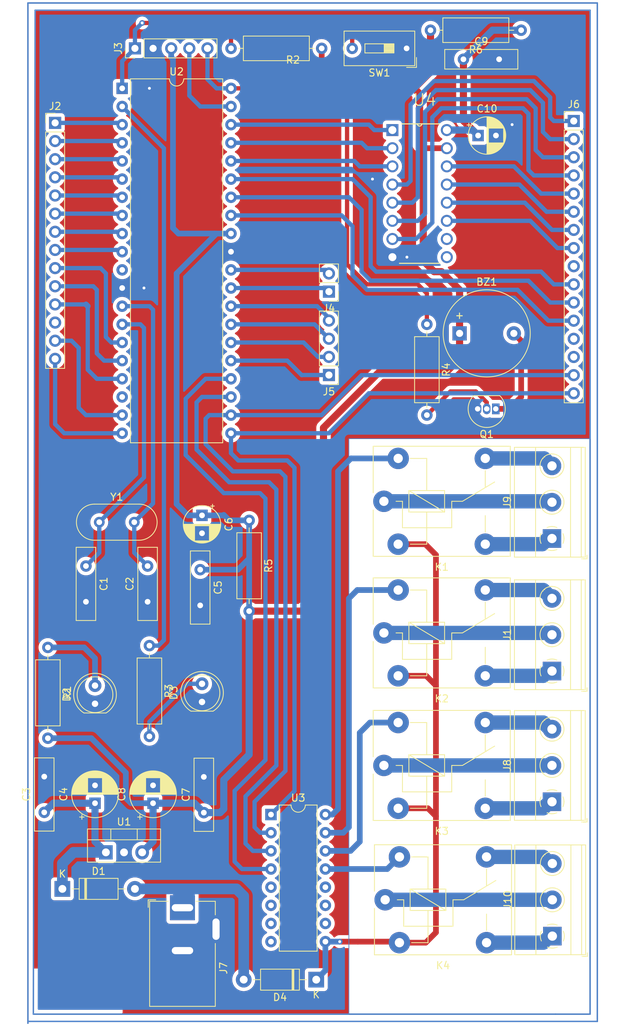
<source format=kicad_pcb>
(kicad_pcb (version 20221018) (generator pcbnew)
  (layers (0 "F.Cu" signal) (31 "B.Cu" signal) (34 "B.Paste" user) (35 "F.Paste" user) (36 "B.SilkS" user "B.Silkscreen") (37 "F.SilkS" user "F.Silkscreen") (38 "B.Mask" user) (39 "F.Mask" user) (44 "Edge.Cuts" user))
  (net 0 "")
  (net 1 "Net-(BZ1-Pad2)")
  (net 2 "/VDD")
  (net 3 "/VSS")
  (net 4 "/VCC")
  (net 5 "Net-(D2-Pad2)")
  (net 6 "Net-(D3-Pad2)")
  (net 7 "/RD1")
  (net 8 "/RD0")
  (net 9 "/RC3")
  (net 10 "/RC2")
  (net 11 "/RC1")
  (net 12 "/RC0")
  (net 13 "/RE2")
  (net 14 "/RE1")
  (net 15 "/RE0")
  (net 16 "/RA5")
  (net 17 "/RA4")
  (net 18 "/RA3")
  (net 19 "/RA2")
  (net 20 "/RA1")
  (net 21 "/PGD")
  (net 22 "/PGC")
  (net 23 "/MCLR")
  (net 24 "/RD2")
  (net 25 "/RD3")
  (net 26 "/RC4")
  (net 27 "/RC5")
  (net 28 "Net-(C10-Pad1)")
  (net 29 "/RB0")
  (net 30 "/RB1")
  (net 31 "/RB2")
  (net 32 "/COM")
  (net 33 "Net-(Q1-Pad2)")
  (net 34 "Net-(R3-Pad1)")
  (net 35 "/EN")
  (net 36 "/RS")
  (net 37 "/D7")
  (net 38 "/D6")
  (net 39 "/D5")
  (net 40 "/D4")
  (net 41 "/QP0")
  (net 42 "/QP1")
  (net 43 "/QP2")
  (net 44 "/QP3")
  (net 45 "/QP4")
  (net 46 "/QP5")
  (net 47 "/QP6")
  (net 48 "/QP7")
  (net 49 "/RB6")
  (net 50 "/COM1")
  (net 51 "/NF1")
  (net 52 "/NA1")
  (net 53 "Net-(K1-PadA2)")
  (net 54 "/COM2")
  (net 55 "/NF2")
  (net 56 "/NA2")
  (net 57 "Net-(K2-PadA2)")
  (net 58 "/COM3")
  (net 59 "/NF3")
  (net 60 "/NA3")
  (net 61 "Net-(K3-PadA2)")
  (net 62 "/COM4")
  (net 63 "/NF4")
  (net 64 "/NA4")
  (net 65 "Net-(K4-PadA2)")
  (net 67 "/CLK")
  (net 68 "/DTA")
  (net 69 "/STR")
  (net 79 "Net-(C1-Pad1)")
  (net 80 "Net-(C2-Pad2)")
  (net 81 "Net-(C3-Pad1)")
  (footprint "Connector_PinHeader_2.54mm:PinHeader_1x05_P2.54mm_Vertical" (layer "F.Cu") (at 112.273 29.21 90)
    (fp_text reference "J3")
    (fp_text value "Conn_01x05_Male")
  )
  (footprint "Relay_THT:Relay_SPDT_Finder_36.11" (layer "F.Cu") (at 147.144 110.998)
    (fp_text reference "K2")
    (fp_text value "FINDER-36.11")
  )
  (footprint "Button_Switch_THT:SW_DIP_SPSTx01_Slide_9.78x4.72mm_W7.62mm_P2.54mm" (layer "F.Cu") (at 150.3255 29.21 180)
    (fp_text reference "SW1")
    (fp_text value "SW_Push")
  )
  (footprint "Meus Componentes:DIP254P762X420-16" (layer "F.Cu") (at 155.956 58.42)
    (fp_text reference "U4")
    (fp_text value "HEF4094BP")
  )
  (footprint "Meus Componentes:Res_1-2W_TermJust" (layer "F.Cu") (at 166.37 26.67 180)
    (fp_text reference "R6")
    (fp_text value "10R")
  )
  (footprint "Meus Componentes:Res_1-2W_TermJust" (layer "F.Cu") (at 138.43 29.21 180)
    (fp_text reference "R2")
    (fp_text value "10K")
  )
  (footprint "Diode_THT:D_DO-41_SOD81_P10.16mm_Horizontal" (layer "F.Cu") (at 137.668 159.512 180)
    (fp_text reference "D4")
    (fp_text value "1N4007")
  )
  (footprint "Meus Componentes:Cap_Disc_100nF" (layer "F.Cu") (at 99.568 136.104 90)
    (fp_text reference "C3")
    (fp_text value "330nF")
  )
  (footprint "LED_THT:LED_D5.0mm" (layer "F.Cu") (at 106.68 120.909 90)
    (fp_text reference "D2")
    (fp_text value "LED")
  )
  (footprint "Meus Componentes:Res_1-2W_TermJust" (layer "F.Cu") (at 114.3 112.776 -90)
    (fp_text reference "R3")
    (fp_text value "560R")
  )
  (footprint "Meus Componentes:Cap_Disc_100nF" (layer "F.Cu") (at 121.412 102.148 -90)
    (fp_text reference "C5")
    (fp_text value "100nF")
  )
  (footprint "Crystal:Crystal_HC18-U_Vertical" (layer "F.Cu") (at 107.278 95.504)
    (fp_text reference "Y1")
    (fp_text value "Crystal")
  )
  (footprint "Meus Componentes:Cap_Disc_100nF" (layer "F.Cu") (at 158.282 30.734)
    (fp_text reference "C9")
    (fp_text value "100nF")
  )
  (footprint "Meus Componentes:borne3v" (layer "F.Cu") (at 170.688 116.332 90)
    (fp_text reference "J1")
    (fp_text value "Conn_01x03_Female")
  )
  (footprint "Meus Componentes:Conn_P4" (layer "F.Cu") (at 118.9305 149.448 90)
    (fp_text reference "J7")
    (fp_text value "Barrel_Jack_Switch")
  )
  (footprint "Connector_PinHeader_2.54mm:PinHeader_1x16_P2.54mm_Vertical" (layer "F.Cu") (at 173.736 39.37)
    (fp_text reference "J6")
    (fp_text value "Conn_01x16_Male")
  )
  (footprint "Meus Componentes:Radial_Caneca_D5.0mm_100x16v" (layer "F.Cu") (at 160.338888 41.402)
    (fp_text reference "C10")
    (fp_text value "100uF")
  )
  (footprint "Relay_THT:Relay_SPDT_Finder_36.11" (layer "F.Cu") (at 147.144 129.54)
    (fp_text reference "K3")
    (fp_text value "FINDER-36.11")
  )
  (footprint "Relay_THT:Relay_SPDT_Finder_36.11" (layer "F.Cu") (at 147.144 92.583)
    (fp_text reference "K1")
    (fp_text value "FINDER-36.11")
  )
  (footprint "Relay_THT:Relay_SPDT_Finder_36.11" (layer "F.Cu") (at 147.32 148.336)
    (fp_text reference "K4")
    (fp_text value "FINDER-36.11")
  )
  (footprint "Package_DIP:DIP-40_W15.24mm" (layer "F.Cu") (at 110.485 34.803)
    (fp_text reference "U2")
    (fp_text value "PIC18F4550-IP")
  )
  (footprint "Meus Componentes:Cap_Disc_100nF" (layer "F.Cu") (at 105.41 101.64 -90)
    (fp_text reference "C1")
    (fp_text value "22pF")
  )
  (footprint "Diode_THT:D_DO-41_SOD81_P10.16mm_Horizontal" (layer "F.Cu") (at 102.108 146.812)
    (fp_text reference "D1")
    (fp_text value "1N4007")
  )
  (footprint "Connector_PinHeader_2.54mm:PinHeader_1x04_P2.54mm_Vertical" (layer "F.Cu") (at 139.446 74.915 180)
    (fp_text reference "J5")
    (fp_text value "Conn_01x04_Male")
  )
  (footprint "Meus Componentes:Res_1-2W_TermJust" (layer "F.Cu") (at 100.076 113.03 -90)
    (fp_text reference "R1")
    (fp_text value "560R")
  )
  (footprint "Meus Componentes:Cap_Disc_100nF" (layer "F.Cu") (at 114.046 106.64 90)
    (fp_text reference "C2")
    (fp_text value "22pF")
  )
  (footprint "Meus Componentes:borne3v" (layer "F.Cu") (at 170.739 153.421 90)
    (fp_text reference "J10")
    (fp_text value "Conn_01x03_Female")
  )
  (footprint "Meus Componentes:Radial_Caneca_D5.0mm_100x16v" (layer "F.Cu") (at 121.666 94.552888 -90)
    (fp_text reference "C6")
    (fp_text value "100uF")
  )
  (footprint "Package_DIP:DIP-16_W7.62mm" (layer "F.Cu") (at 131.328 136.413)
    (fp_text reference "U3")
    (fp_text value "ULN2003")
  )
  (footprint "Package_TO_SOT_THT:TO-220-3_Vertical" (layer "F.Cu") (at 108.204 141.701)
    (fp_text reference "U1")
    (fp_text value "L7805")
  )
  (footprint "Package_TO_SOT_THT:TO-92_Inline" (layer "F.Cu") (at 162.814 79.65 180)
    (fp_text reference "Q1")
    (fp_text value "BC337")
  )
  (footprint "Connector_PinHeader_2.54mm:PinHeader_1x02_P2.54mm_Vertical" (layer "F.Cu") (at 139.446 63.246 180)
    (fp_text reference "J4")
    (fp_text value "Conn_01x02_Male")
  )
  (footprint "Connector_PinHeader_2.54mm:PinHeader_1x14_P2.54mm_Vertical" (layer "F.Cu") (at 101.092 39.634)
    (fp_text reference "J2")
    (fp_text value "Conn_01x14_Female")
  )
  (footprint "Meus Componentes:borne3v" (layer "F.Cu") (at 170.688 97.79 90)
    (fp_text reference "J9")
    (fp_text value "Conn_01x03_Female")
  )
  (footprint "Meus Componentes:Radial_Caneca_D6.3mm_220x16v" (layer "F.Cu") (at 106.68 134.82638 90)
    (fp_text reference "C4")
    (fp_text value "220uF")
  )
  (footprint "Buzzer_Beeper:Buzzer_12x9.5RM7.6" (layer "F.Cu") (at 157.744 69.088)
    (fp_text reference "BZ1")
    (fp_text value "Buzzer")
  )
  (footprint "LED_THT:LED_D5.0mm" (layer "F.Cu") (at 121.666 120.655 90)
    (fp_text reference "D3")
    (fp_text value "LED")
  )
  (footprint "Meus Componentes:Cap_Disc_100nF" (layer "F.Cu") (at 121.92 136.144 90)
    (fp_text reference "C7")
    (fp_text value "100nF")
  )
  (footprint "Meus Componentes:Res_1-2W_TermJust" (layer "F.Cu") (at 128.27 95.25 -90)
    (fp_text reference "R5")
    (fp_text value "10R")
  )
  (footprint "Meus Componentes:Res_1-2W_TermJust" (layer "F.Cu") (at 153.162 67.818 -90)
    (fp_text reference "R4")
    (fp_text value "1K")
  )
  (footprint "Meus Componentes:Radial_Caneca_D6.3mm_220x16v" (layer "F.Cu") (at 114.808 134.82638 90)
    (fp_text reference "C8")
    (fp_text value "220uF")
  )
  (footprint "Meus Componentes:borne3v" (layer "F.Cu") (at 170.688 134.62 90)
    (fp_text reference "J8")
    (fp_text value "Conn_01x03_Female")
  )
  (gr_line (start 176.022 23.87689) (end 98.298 23.87689) (stroke (width 0.2)) (layer "B.Cu"))
  (gr_line (start 98.298 23.87689) (end 98.044 164.33889) (stroke (width 0.2)) (layer "B.Cu"))
  (gr_line (start 176.022 23.87689) (end 176.022 164.338) (stroke (width 0.2)) (layer "B.Cu"))
  (gr_line (start 177.038 22.86) (end 177.038 165.354) (stroke (width 0.2)) (layer "B.Cu"))
  (gr_line (start 142.24 164.33889) (end 171.196 164.338) (stroke (width 0.2)) (layer "B.Cu"))
  (gr_line (start 177.038 165.354) (end 97.282 165.354) (stroke (width 0.2)) (layer "B.Cu"))
  (gr_line (start 176.022 164.338) (end 171.196 164.338) (stroke (width 0.2)) (layer "B.Cu"))
  (gr_line (start 97.282 165.608) (end 97.282 22.86) (stroke (width 0.2)) (layer "B.Cu"))
  (gr_line (start 97.282 22.86) (end 177.038 22.86) (stroke (width 0.2)) (layer "B.Cu"))
  (gr_poly (pts (xy 176.022 83.82089) (xy 142.24 83.82089) (xy 142.24 164.33889) (xy 98.044 164.33889) (xy 98.298 23.87689) (xy 176.022 23.87689)) (stroke (width 0.1)) (fill none) (layer "B.Cu"))
  (gr_line (start 98.044 164.33889) (end 142.24 164.33889) (stroke (width 0.2)) (layer "B.Cu"))
  (gr_text "PICDUINO V2.0\nDOUGLAS F.\n06/06/22" (at 104.14 161.036) (layer "F.Cu") (effects (font (size 1 1) (thickness 0.25))))
  (segment (start 166.37 77.978) (end 166.37 70.114) (width 0.8) (layer "F.Cu") (net 1))
  (segment (start 164.698 79.65) (end 166.37 77.978) (width 0.8) (layer "F.Cu") (net 1))
  (segment (start 162.814 79.65) (end 164.698 79.65) (width 0.8) (layer "F.Cu") (net 1))
  (segment (start 166.37 70.114) (end 165.344 69.088) (width 0.8) (layer "F.Cu") (net 1))
  (segment (start 135.636 107.95) (end 138.684 104.902) (width 1) (layer "F.Cu") (net 2))
  (segment (start 152.4 42.926) (end 152.654 43.18) (width 1) (layer "F.Cu") (net 2))
  (segment (start 138.43 29.21) (end 138.43 30.988) (width 0.8) (layer "F.Cu") (net 2))
  (segment (start 155.956 74.422) (end 157.744 72.634) (width 1) (layer "F.Cu") (net 2))
  (segment (start 154.178 60.452) (end 155.194 60.452) (width 1) (layer "F.Cu") (net 2))
  (segment (start 157.744 63.002) (end 157.744 69.088) (width 1) (layer "F.Cu") (net 2))
  (segment (start 155.956 43.18) (end 152.654 43.18) (width 0.8) (layer "F.Cu") (net 2))
  (segment (start 146.558 74.422) (end 155.956 74.422) (width 1) (layer "F.Cu") (net 2))
  (segment (start 142.24 34.798) (end 151.384 34.798) (width 0.8) (layer "F.Cu") (net 2))
  (segment (start 138.43 30.988) (end 142.24 34.798) (width 0.8) (layer "F.Cu") (net 2))
  (segment (start 153.67 32.512) (end 153.67 26.67) (width 1) (layer "F.Cu") (net 2))
  (segment (start 157.744 72.634) (end 157.744 69.088) (width 1) (layer "F.Cu") (net 2))
  (segment (start 138.684 82.296) (end 146.558 74.422) (width 1) (layer "F.Cu") (net 2))
  (segment (start 152.146 35.56) (end 151.384 34.798) (width 1) (layer "F.Cu") (net 2))
  (segment (start 152.654 58.928) (end 154.178 60.452) (width 1) (layer "F.Cu") (net 2))
  (segment (start 151.384 34.798) (end 153.67 32.512) (width 1) (layer "F.Cu") (net 2))
  (segment (start 152.146 42.672) (end 152.146 35.56) (width 1) (layer "F.Cu") (net 2))
  (segment (start 152.654 43.18) (end 152.654 58.928) (width 1) (layer "F.Cu") (net 2))
  (segment (start 128.27 107.95) (end 135.636 107.95) (width 1) (layer "F.Cu") (net 2))
  (segment (start 155.194 60.452) (end 157.744 63.002) (width 1) (layer "F.Cu") (net 2))
  (segment (start 152.4 42.926) (end 152.146 42.672) (width 1) (layer "F.Cu") (net 2))
  (segment (start 138.684 104.902) (end 138.684 82.296) (width 1) (layer "F.Cu") (net 2))
  (segment (start 128.27 128.016) (end 128.27 107.95) (width 1) (layer "B.Cu") (net 2))
  (segment (start 128.27 107.95) (end 128.27 100.584) (width 0.8) (layer "B.Cu") (net 2))
  (segment (start 119.698888 94.552888) (end 121.666 94.552888) (width 0.8) (layer "B.Cu") (net 2))
  (segment (start 117.602 30.734) (end 117.353 30.485) (width 0.8) (layer "B.Cu") (net 2))
  (segment (start 110.998 130.556) (end 110.998 134.112) (width 0.8) (layer "B.Cu") (net 2))
  (segment (start 118.364 55.118) (end 117.602 54.356) (width 0.8) (layer "B.Cu") (net 2))
  (segment (start 114.808 134.82638) (end 120.60238 134.82638) (width 1) (layer "B.Cu") (net 2))
  (segment (start 110.998 134.112) (end 111.71238 134.82638) (width 0.8) (layer "B.Cu") (net 2))
  (segment (start 121.92 136.144) (end 124.206 136.144) (width 1) (layer "B.Cu") (net 2))
  (segment (start 124.714 94.488) (end 124.649112 94.552888) (width 0.8) (layer "B.Cu") (net 2))
  (segment (start 111.71238 134.82638) (end 114.808 134.82638) (width 0.8) (layer "B.Cu") (net 2))
  (segment (start 128.27 100.584) (end 128.27 95.25) (width 0.8) (layer "B.Cu") (net 2))
  (segment (start 124.714 131.572) (end 128.27 128.016) (width 1) (layer "B.Cu") (net 2))
  (segment (start 118.11 92.964) (end 119.698888 94.552888) (width 0.8) (layer "B.Cu") (net 2))
  (segment (start 125.725 55.123) (end 123.693 55.123) (width 0.8) (layer "B.Cu") (net 2))
  (segment (start 123.444 55.118) (end 118.364 55.118) (width 0.8) (layer "B.Cu") (net 2))
  (segment (start 126.706 102.148) (end 128.27 100.584) (width 0.8) (layer "B.Cu") (net 2))
  (segment (start 114.808 140.177) (end 113.284 141.701) (width 1) (layer "B.Cu") (net 2))
  (segment (start 120.60238 134.82638) (end 121.92 136.144) (width 1) (layer "B.Cu") (net 2))
  (segment (start 124.714 135.636) (end 124.714 131.572) (width 1) (layer "B.Cu") (net 2))
  (segment (start 128.27 95.25) (end 125.476 95.25) (width 0.8) (layer "B.Cu") (net 2))
  (segment (start 117.602 54.356) (end 117.602 30.734) (width 0.8) (layer "B.Cu") (net 2))
  (segment (start 125.476 95.25) (end 124.714 94.488) (width 0.8) (layer "B.Cu") (net 2))
  (segment (start 123.693 55.123) (end 118.11 60.706) (width 0.8) (layer "B.Cu") (net 2))
  (segment (start 106.172 125.73) (end 110.998 130.556) (width 0.8) (layer "B.Cu") (net 2))
  (segment (start 121.412 102.148) (end 126.706 102.148) (width 0.8) (layer "B.Cu") (net 2))
  (segment (start 123.693 55.123) (end 123.449 55.123) (width 0.8) (layer "B.Cu") (net 2))
  (segment (start 117.353 30.485) (end 117.353 29.21) (width 0.8) (layer "B.Cu") (net 2))
  (segment (start 123.449 55.123) (end 123.444 55.118) (width 0.8) (layer "B.Cu") (net 2))
  (segment (start 124.206 136.144) (end 124.714 135.636) (width 1) (layer "B.Cu") (net 2))
  (segment (start 124.649112 94.552888) (end 121.666 94.552888) (width 0.8) (layer "B.Cu") (net 2))
  (segment (start 100.076 125.73) (end 106.172 125.73) (width 0.8) (layer "B.Cu") (net 2))
  (segment (start 118.11 60.706) (end 118.11 92.964) (width 0.8) (layer "B.Cu") (net 2))
  (segment (start 114.808 134.82638) (end 114.808 140.177) (width 1) (layer "B.Cu") (net 2))
  (via (at 165.1 39.878) (size 0.8) (drill 0.4) (layers "F.Cu" "B.Cu") (net 3))
  (via (at 114.3 34.798) (size 0.8) (drill 0.4) (layers "F.Cu" "B.Cu") (net 3))
  (via (at 145.542 47.498) (size 0.8) (drill 0.4) (layers "F.Cu" "B.Cu") (net 3))
  (via (at 150.368 58.42) (size 0.8) (drill 0.4) (layers "F.Cu" "B.Cu") (net 3))
  (via (at 113.538 62.738) (size 0.8) (drill 0.4) (layers "F.Cu" "B.Cu") (net 3))
  (segment (start 162.838888 41.402) (end 164.362888 39.878) (width 1) (layer "B.Cu") (net 3))
  (segment (start 164.362888 39.878) (end 165.1 39.878) (width 1) (layer "B.Cu") (net 3))
  (segment (start 127.508 147.828) (end 127.508 159.512) (width 1.5) (layer "B.Cu") (net 4))
  (segment (start 118.9305 149.448) (end 118.9305 147.8865) (width 1.5) (layer "B.Cu") (net 4))
  (segment (start 126.492 146.812) (end 127.508 147.828) (width 1.5) (layer "B.Cu") (net 4))
  (segment (start 120.396 146.812) (end 126.492 146.812) (width 1.5) (layer "B.Cu") (net 4))
  (segment (start 118.9305 148.2775) (end 120.396 146.812) (width 1.5) (layer "B.Cu") (net 4))
  (segment (start 118.9305 147.8865) (end 117.856 146.812) (width 1.5) (layer "B.Cu") (net 4))
  (segment (start 117.856 146.812) (end 120.396 146.812) (width 1.5) (layer "B.Cu") (net 4))
  (segment (start 117.856 146.812) (end 112.268 146.812) (width 1.5) (layer "B.Cu") (net 4))
  (segment (start 118.9305 149.448) (end 118.9305 148.2775) (width 1.5) (layer "B.Cu") (net 4))
  (segment (start 106.68 114.554) (end 106.68 118.369) (width 0.8) (layer "B.Cu") (net 5))
  (segment (start 100.076 113.03) (end 105.156 113.03) (width 0.8) (layer "B.Cu") (net 5))
  (segment (start 105.156 113.03) (end 106.68 114.554) (width 0.8) (layer "B.Cu") (net 5))
  (segment (start 119.629 118.115) (end 121.666 118.115) (width 0.6) (layer "B.Cu") (net 6))
  (segment (start 114.3 123.444) (end 119.629 118.115) (width 0.6) (layer "B.Cu") (net 6))
  (segment (start 114.3 125.476) (end 114.3 123.444) (width 0.6) (layer "B.Cu") (net 6))
  (segment (start 102.367 83.063) (end 110.485 83.063) (width 0.6) (layer "B.Cu") (net 7))
  (segment (start 101.092 72.654) (end 101.092 81.788) (width 0.6) (layer "B.Cu") (net 7))
  (segment (start 101.092 81.788) (end 102.367 83.063) (width 0.6) (layer "B.Cu") (net 7))
  (segment (start 103.388 70.114) (end 104.394 71.12) (width 0.6) (layer "B.Cu") (net 8))
  (segment (start 104.394 71.12) (end 104.394 79.502) (width 0.6) (layer "B.Cu") (net 8))
  (segment (start 101.092 70.114) (end 103.388 70.114) (width 0.6) (layer "B.Cu") (net 8))
  (segment (start 104.394 79.502) (end 105.415 80.523) (width 0.6) (layer "B.Cu") (net 8))
  (segment (start 105.415 80.523) (end 110.485 80.523) (width 0.6) (layer "B.Cu") (net 8))
  (segment (start 127.762 140.462) (end 128.793 141.493) (width 0.6) (layer "B.Cu") (net 9))
  (segment (start 120.904 78.74) (end 120.904 85.344) (width 0.6) (layer "B.Cu") (net 9))
  (segment (start 131.064 89.916) (end 132.08 90.932) (width 0.6) (layer "B.Cu") (net 9))
  (segment (start 127.762 133.858) (end 127.762 140.462) (width 0.6) (layer "B.Cu") (net 9))
  (segment (start 132.08 129.54) (end 127.762 133.858) (width 0.6) (layer "B.Cu") (net 9))
  (segment (start 132.08 90.932) (end 132.08 129.54) (width 0.6) (layer "B.Cu") (net 9))
  (segment (start 125.476 89.916) (end 131.064 89.916) (width 0.6) (layer "B.Cu") (net 9))
  (segment (start 120.904 85.344) (end 125.476 89.916) (width 0.6) (layer "B.Cu") (net 9))
  (segment (start 128.793 141.493) (end 131.328 141.493) (width 0.6) (layer "B.Cu") (net 9))
  (segment (start 125.725 77.983) (end 121.661 77.983) (width 0.6) (layer "B.Cu") (net 9))
  (segment (start 121.661 77.983) (end 120.904 78.74) (width 0.6) (layer "B.Cu") (net 9))
  (segment (start 106.939 75.443) (end 110.485 75.443) (width 0.6) (layer "B.Cu") (net 10))
  (segment (start 105.664 74.168) (end 106.939 75.443) (width 0.6) (layer "B.Cu") (net 10))
  (segment (start 101.092 65.034) (end 105.42 65.034) (width 0.6) (layer "B.Cu") (net 10))
  (segment (start 105.664 65.278) (end 105.664 74.168) (width 0.6) (layer "B.Cu") (net 10))
  (segment (start 105.42 65.034) (end 105.664 65.278) (width 0.8) (layer "B.Cu") (net 10))
  (segment (start 106.436 62.494) (end 106.934 62.992) (width 0.6) (layer "B.Cu") (net 11))
  (segment (start 106.934 62.992) (end 106.934 71.882) (width 0.6) (layer "B.Cu") (net 11))
  (segment (start 107.955 72.903) (end 110.485 72.903) (width 0.6) (layer "B.Cu") (net 11))
  (segment (start 102.108 62.494) (end 106.436 62.494) (width 0.6) (layer "B.Cu") (net 11))
  (segment (start 106.934 71.882) (end 107.955 72.903) (width 0.6) (layer "B.Cu") (net 11))
  (segment (start 108.204 60.706) (end 108.204 69.596) (width 0.6) (layer "B.Cu") (net 12))
  (segment (start 101.092 59.954) (end 107.452 59.954) (width 0.6) (layer "B.Cu") (net 12))
  (segment (start 108.971 70.363) (end 110.485 70.363) (width 0.6) (layer "B.Cu") (net 12))
  (segment (start 107.452 59.954) (end 108.204 60.706) (width 0.6) (layer "B.Cu") (net 12))
  (segment (start 108.204 69.596) (end 108.971 70.363) (width 0.6) (layer "B.Cu") (net 12))
  (segment (start 110.236 57.414) (end 110.485 57.663) (width 0.8) (layer "B.Cu") (net 13))
  (segment (start 101.092 57.414) (end 110.236 57.414) (width 0.6) (layer "B.Cu") (net 13))
  (segment (start 101.092 54.874) (end 110.236 54.874) (width 0.6) (layer "B.Cu") (net 14))
  (segment (start 110.236 54.874) (end 110.485 55.123) (width 0.8) (layer "B.Cu") (net 14))
  (segment (start 110.236 52.334) (end 110.485 52.583) (width 0.8) (layer "B.Cu") (net 15))
  (segment (start 101.092 52.334) (end 110.236 52.334) (width 0.6) (layer "B.Cu") (net 15))
  (segment (start 101.092 49.794) (end 110.236 49.794) (width 0.6) (layer "B.Cu") (net 16))
  (segment (start 110.236 49.794) (end 110.485 50.043) (width 0.8) (layer "B.Cu") (net 16))
  (segment (start 110.236 47.254) (end 110.485 47.503) (width 0.8) (layer "B.Cu") (net 17))
  (segment (start 101.092 47.254) (end 110.236 47.254) (width 0.6) (layer "B.Cu") (net 17))
  (segment (start 110.236 44.714) (end 110.485 44.963) (width 0.8) (layer "B.Cu") (net 18))
  (segment (start 101.092 44.714) (end 110.236 44.714) (width 0.6) (layer "B.Cu") (net 18))
  (segment (start 110.236 42.174) (end 110.485 42.423) (width 0.8) (layer "B.Cu") (net 19))
  (segment (start 101.092 42.174) (end 110.236 42.174) (width 0.6) (layer "B.Cu") (net 19))
  (segment (start 101.092 39.634) (end 110.236 39.634) (width 0.6) (layer "B.Cu") (net 20))
  (segment (start 110.236 39.634) (end 110.485 39.883) (width 0.8) (layer "B.Cu") (net 20))
  (segment (start 144.78 62.23) (end 151.892 62.23) (width 0.6) (layer "F.Cu") (net 21))
  (segment (start 138.181 34.803) (end 141.986 38.608) (width 0.6) (layer "F.Cu") (net 21))
  (segment (start 151.892 62.23) (end 153.162 63.5) (width 0.6) (layer "F.Cu") (net 21))
  (segment (start 141.986 38.608) (end 141.986 59.436) (width 0.6) (layer "F.Cu") (net 21))
  (segment (start 141.986 59.436) (end 144.78 62.23) (width 0.6) (layer "F.Cu") (net 21))
  (segment (start 125.725 34.803) (end 138.181 34.803) (width 0.6) (layer "F.Cu") (net 21))
  (segment (start 153.162 63.5) (end 153.162 67.818) (width 0.6) (layer "F.Cu") (net 21))
  (segment (start 122.433 33.533) (end 122.433 29.21) (width 0.6) (layer "B.Cu") (net 21))
  (segment (start 123.703 34.803) (end 122.433 33.533) (width 0.6) (layer "B.Cu") (net 21))
  (segment (start 125.725 34.803) (end 123.703 34.803) (width 0.6) (layer "B.Cu") (net 21))
  (segment (start 125.725 37.343) (end 121.417 37.343) (width 0.6) (layer "B.Cu") (net 22))
  (segment (start 121.417 37.343) (end 119.893 35.819) (width 0.6) (layer "B.Cu") (net 22))
  (segment (start 119.893 35.819) (end 119.893 29.21) (width 0.6) (layer "B.Cu") (net 22))
  (segment (start 124.714 25.654) (end 140.716 25.654) (width 0.6) (layer "F.Cu") (net 23))
  (segment (start 125.73 26.67) (end 125.73 29.21) (width 0.6) (layer "F.Cu") (net 23))
  (segment (start 140.716 25.654) (end 142.748 27.686) (width 0.6) (layer "F.Cu") (net 23))
  (segment (start 142.7055 27.7285) (end 142.7055 29.21) (width 0.6) (layer "F.Cu") (net 23))
  (segment (start 142.748 27.686) (end 142.7055 27.7285) (width 0.8) (layer "F.Cu") (net 23))
  (segment (start 113.284 25.654) (end 124.714 25.654) (width 0.6) (layer "F.Cu") (net 23))
  (segment (start 124.714 25.654) (end 125.73 26.67) (width 0.6) (layer "F.Cu") (net 23))
  (via (at 113.284 25.654) (size 0.8) (drill 0.4) (layers "F.Cu" "B.Cu") (net 23))
  (segment (start 110.485 30.998) (end 112.273 29.21) (width 0.6) (layer "B.Cu") (net 23))
  (segment (start 112.273 29.21) (end 112.273 26.665) (width 0.6) (layer "B.Cu") (net 23))
  (segment (start 112.273 26.665) (end 113.284 25.654) (width 0.6) (layer "B.Cu") (net 23))
  (segment (start 110.485 34.803) (end 110.485 30.998) (width 0.6) (layer "B.Cu") (net 23))
  (segment (start 173.736 77.47) (end 145.034 77.47) (width 0.6) (layer "B.Cu") (net 24))
  (segment (start 133.604 86.868) (end 134.62 87.884) (width 0.6) (layer "B.Cu") (net 24))
  (segment (start 145.034 77.47) (end 139.441 83.063) (width 0.6) (layer "B.Cu") (net 24))
  (segment (start 125.725 85.847) (end 126.746 86.868) (width 0.6) (layer "B.Cu") (net 24))
  (segment (start 134.62 87.884) (end 134.62 133.121) (width 0.6) (layer "B.Cu") (net 24))
  (segment (start 126.746 86.868) (end 133.604 86.868) (width 0.6) (layer "B.Cu") (net 24))
  (segment (start 134.62 133.121) (end 131.328 136.413) (width 0.6) (layer "B.Cu") (net 24))
  (segment (start 125.725 83.063) (end 125.725 85.847) (width 0.6) (layer "B.Cu") (net 24))
  (segment (start 139.441 83.063) (end 125.725 83.063) (width 0.6) (layer "B.Cu") (net 24))
  (segment (start 133.35 130.302) (end 129.032 134.62) (width 0.6) (layer "B.Cu") (net 25))
  (segment (start 132.588 88.392) (end 133.35 89.154) (width 0.6) (layer "B.Cu") (net 25))
  (segment (start 138.425 80.523) (end 125.725 80.523) (width 0.6) (layer "B.Cu") (net 25))
  (segment (start 129.032 138.176) (end 129.809 138.953) (width 0.6) (layer "B.Cu") (net 25))
  (segment (start 133.35 89.154) (end 133.35 130.302) (width 0.6) (layer "B.Cu") (net 25))
  (segment (start 129.032 134.62) (end 129.032 138.176) (width 0.6) (layer "B.Cu") (net 25))
  (segment (start 122.677 80.523) (end 122.174 81.026) (width 0.6) (layer "B.Cu") (net 25))
  (segment (start 144.018 74.93) (end 138.425 80.523) (width 0.6) (layer "B.Cu") (net 25))
  (segment (start 173.736 74.93) (end 144.018 74.93) (width 0.6) (layer "B.Cu") (net 25))
  (segment (start 125.984 88.392) (end 132.588 88.392) (width 0.6) (layer "B.Cu") (net 25))
  (segment (start 129.809 138.953) (end 131.328 138.953) (width 0.6) (layer "B.Cu") (net 25))
  (segment (start 122.174 84.582) (end 125.984 88.392) (width 0.6) (layer "B.Cu") (net 25))
  (segment (start 125.725 80.523) (end 122.677 80.523) (width 0.6) (layer "B.Cu") (net 25))
  (segment (start 122.174 81.026) (end 122.174 84.582) (width 0.6) (layer "B.Cu") (net 25))
  (segment (start 127.269 144.033) (end 131.328 144.033) (width 0.6) (layer "B.Cu") (net 27))
  (segment (start 125.725 75.443) (end 122.169 75.443) (width 0.6) (layer "B.Cu") (net 27))
  (segment (start 124.714 91.44) (end 129.794 91.44) (width 0.6) (layer "B.Cu") (net 27))
  (segment (start 130.556 128.778) (end 126.238 133.096) (width 0.6) (layer "B.Cu") (net 27))
  (segment (start 119.38 86.106) (end 124.714 91.44) (width 0.6) (layer "B.Cu") (net 27))
  (segment (start 122.169 75.443) (end 119.38 78.232) (width 0.6) (layer "B.Cu") (net 27))
  (segment (start 126.238 143.002) (end 127.269 144.033) (width 0.6) (layer "B.Cu") (net 27))
  (segment (start 119.38 78.232) (end 119.38 86.106) (width 0.6) (layer "B.Cu") (net 27))
  (segment (start 130.556 92.202) (end 130.556 128.778) (width 0.6) (layer "B.Cu") (net 27))
  (segment (start 126.238 133.096) (end 126.238 143.002) (width 0.6) (layer "B.Cu") (net 27))
  (segment (start 129.794 91.44) (end 130.556 92.202) (width 0.6) (layer "B.Cu") (net 27))
  (segment (start 158.282 39.345112) (end 160.338888 41.402) (width 1) (layer "F.Cu") (net 28))
  (segment (start 158.282 30.734) (end 158.282 39.345112) (width 1) (layer "F.Cu") (net 28))
  (segment (start 159.576888 40.64) (end 160.338888 41.402) (width 1) (layer "B.Cu") (net 28))
  (segment (start 162.346 26.67) (end 158.282 30.734) (width 1) (layer "B.Cu") (net 28))
  (segment (start 166.37 26.67) (end 162.346 26.67) (width 1) (layer "B.Cu") (net 28))
  (segment (start 155.956 40.64) (end 159.576888 40.64) (width 1) (layer "B.Cu") (net 28))
  (segment (start 142.748 54.102) (end 142.748 60.96) (width 0.6) (layer "B.Cu") (net 29))
  (segment (start 141.229 52.583) (end 142.748 54.102) (width 0.6) (layer "B.Cu") (net 29))
  (segment (start 144.78 62.992) (end 165.862 62.992) (width 0.6) (layer "B.Cu") (net 29))
  (segment (start 142.748 60.96) (end 144.78 62.992) (width 0.6) (layer "B.Cu") (net 29))
  (segment (start 125.725 52.583) (end 141.229 52.583) (width 0.6) (layer "B.Cu") (net 29))
  (segment (start 165.862 62.992) (end 170.18 67.31) (width 0.6) (layer "B.Cu") (net 29))
  (segment (start 170.18 67.31) (end 173.736 67.31) (width 0.6) (layer "B.Cu") (net 29))
  (segment (start 142.245 50.043) (end 144.018 51.816) (width 0.6) (layer "B.Cu") (net 30))
  (segment (start 144.018 51.816) (end 144.018 60.452) (width 0.6) (layer "B.Cu") (net 30))
  (segment (start 125.725 50.043) (end 142.245 50.043) (width 0.6) (layer "B.Cu") (net 30))
  (segment (start 144.018 60.452) (end 145.288 61.722) (width 0.6) (layer "B.Cu") (net 30))
  (segment (start 145.288 61.722) (end 167.386 61.722) (width 0.6) (layer "B.Cu") (net 30))
  (segment (start 167.386 61.722) (end 170.434 64.77) (width 0.6) (layer "B.Cu") (net 30))
  (segment (start 170.434 64.77) (end 173.736 64.77) (width 0.6) (layer "B.Cu") (net 30))
  (segment (start 146.05 60.452) (end 169.164 60.452) (width 0.6) (layer "B.Cu") (net 31))
  (segment (start 145.288 59.69) (end 146.05 60.452) (width 0.6) (layer "B.Cu") (net 31))
  (segment (start 169.164 60.452) (end 170.942 62.23) (width 0.6) (layer "B.Cu") (net 31))
  (segment (start 125.725 47.503) (end 142.753 47.503) (width 0.6) (layer "B.Cu") (net 31))
  (segment (start 170.942 62.23) (end 173.736 62.23) (width 0.6) (layer "B.Cu") (net 31))
  (segment (start 142.753 47.503) (end 145.288 50.038) (width 0.6) (layer "B.Cu") (net 31))
  (segment (start 145.288 50.038) (end 145.288 59.69) (width 0.6) (layer "B.Cu") (net 31))
  (segment (start 153.066 116.998) (end 154.432 118.364) (width 0.8) (layer "F.Cu") (net 32))
  (segment (start 154.432 152.908) (end 153.004 154.336) (width 0.8) (layer "F.Cu") (net 32))
  (segment (start 153.32 135.54) (end 154.432 136.652) (width 0.8) (layer "F.Cu") (net 32))
  (segment (start 153.004 154.336) (end 149.32 154.336) (width 0.8) (layer "F.Cu") (net 32))
  (segment (start 143.495 154.193) (end 149.177 154.193) (width 0.8) (layer "F.Cu") (net 32))
  (segment (start 149.144 116.998) (end 153.066 116.998) (width 0.8) (layer "F.Cu") (net 32))
  (segment (start 154.432 136.652) (end 154.432 152.908) (width 0.8) (layer "F.Cu") (net 32))
  (segment (start 154.432 118.364) (end 154.432 136.652) (width 0.8) (layer "F.Cu") (net 32))
  (segment (start 154.432 100.076) (end 154.432 118.364) (width 0.8) (layer "F.Cu") (net 32))
  (segment (start 149.144 135.54) (end 153.32 135.54) (width 0.8) (layer "F.Cu") (net 32))
  (segment (start 149.144 98.583) (end 152.939 98.583) (width 0.8) (layer "F.Cu") (net 32))
  (segment (start 152.939 98.583) (end 154.432 100.076) (width 0.8) (layer "F.Cu") (net 32))
  (segment (start 140.955 154.193) (end 143.495 154.193) (width 0.8) (layer "F.Cu") (net 32))
  (via (at 140.955 154.193) (size 0.8) (drill 0.4) (layers "F.Cu" "B.Cu") (net 32))
  (segment (start 138.948 158.232) (end 137.668 159.512) (width 0.8) (layer "B.Cu") (net 32))
  (segment (start 140.955 154.193) (end 138.948 154.193) (width 0.8) (layer "B.Cu") (net 32))
  (segment (start 148.669 153.685) (end 149.32 154.336) (width 1.2) (layer "B.Cu") (net 32))
  (segment (start 138.948 154.193) (end 138.948 158.232) (width 0.8) (layer "B.Cu") (net 32))
  (segment (start 149.177 154.193) (end 149.32 154.336) (width 1.2) (layer "B.Cu") (net 32))
  (segment (start 153.162 80.518) (end 156.464 77.216) (width 0.6) (layer "F.Cu") (net 33))
  (segment (start 156.464 77.216) (end 160.02 77.216) (width 0.6) (layer "F.Cu") (net 33))
  (segment (start 161.544 78.74) (end 161.544 79.65) (width 0.6) (layer "F.Cu") (net 33))
  (segment (start 160.02 77.216) (end 161.544 78.74) (width 0.6) (layer "F.Cu") (net 33))
  (segment (start 116.332 112.014) (end 115.57 112.776) (width 0.6) (layer "B.Cu") (net 34))
  (segment (start 110.485 37.343) (end 116.332 43.19) (width 0.6) (layer "B.Cu") (net 34))
  (segment (start 115.57 112.776) (end 114.3 112.776) (width 0.6) (layer "B.Cu") (net 34))
  (segment (start 116.332 43.19) (end 116.332 112.014) (width 0.6) (layer "B.Cu") (net 34))
  (segment (start 138.943 62.743) (end 139.446 63.246) (width 0.6) (layer "B.Cu") (net 35))
  (segment (start 125.725 62.743) (end 138.943 62.743) (width 0.6) (layer "B.Cu") (net 35))
  (segment (start 125.725 60.203) (end 138.943 60.203) (width 0.6) (layer "B.Cu") (net 36))
  (segment (start 138.943 60.203) (end 139.446 60.706) (width 0.6) (layer "B.Cu") (net 36))
  (segment (start 135.651 74.915) (end 139.446 74.915) (width 0.6) (layer "B.Cu") (net 37))
  (segment (start 133.609 72.903) (end 135.636 74.93) (width 0.6) (layer "B.Cu") (net 37))
  (segment (start 125.725 72.903) (end 133.609 72.903) (width 0.6) (layer "B.Cu") (net 37))
  (segment (start 135.636 74.93) (end 135.651 74.915) (width 0.6) (layer "B.Cu") (net 37))
  (segment (start 137.907 72.375) (end 139.446 72.375) (width 0.6) (layer "B.Cu") (net 38))
  (segment (start 125.725 70.363) (end 135.895 70.363) (width 0.6) (layer "B.Cu") (net 38))
  (segment (start 135.895 70.363) (end 137.907 72.375) (width 0.6) (layer "B.Cu") (net 38))
  (segment (start 125.725 67.823) (end 137.434 67.823) (width 0.6) (layer "B.Cu") (net 39))
  (segment (start 137.434 67.823) (end 139.446 69.835) (width 0.6) (layer "B.Cu") (net 39))
  (segment (start 125.725 65.283) (end 137.787692 65.283) (width 0.6) (layer "B.Cu") (net 40))
  (segment (start 137.787692 65.283) (end 139.622846 67.118154) (width 0.6) (layer "B.Cu") (net 40))
  (segment (start 168.148 33.782) (end 170.434 36.068) (width 0.6) (layer "B.Cu") (net 41))
  (segment (start 150.876 37.084) (end 154.178 33.782) (width 0.6) (layer "B.Cu") (net 41))
  (segment (start 170.434 38.862) (end 170.942 39.37) (width 0.6) (layer "B.Cu") (net 41))
  (segment (start 170.942 39.37) (end 173.736 39.37) (width 0.6) (layer "B.Cu") (net 41))
  (segment (start 154.178 33.782) (end 168.148 33.782) (width 0.6) (layer "B.Cu") (net 41))
  (segment (start 170.434 36.068) (end 170.434 38.862) (width 0.6) (layer "B.Cu") (net 41))
  (segment (start 148.336 48.26) (end 150.368 48.26) (width 0.6) (layer "B.Cu") (net 41))
  (segment (start 150.876 47.752) (end 150.876 37.084) (width 0.6) (layer "B.Cu") (net 41))
  (segment (start 150.368 48.26) (end 150.876 47.752) (width 0.6) (layer "B.Cu") (net 41))
  (segment (start 151.892 37.592) (end 154.432 35.052) (width 0.6) (layer "B.Cu") (net 42))
  (segment (start 154.432 35.052) (end 167.64 35.052) (width 0.6) (layer "B.Cu") (net 42))
  (segment (start 151.13 50.8) (end 151.892 50.038) (width 0.6) (layer "B.Cu") (net 42))
  (segment (start 148.336 50.8) (end 151.13 50.8) (width 0.6) (layer "B.Cu") (net 42))
  (segment (start 170.434 41.91) (end 173.736 41.91) (width 0.6) (layer "B.Cu") (net 42))
  (segment (start 169.418 36.83) (end 169.418 40.894) (width 0.6) (layer "B.Cu") (net 42))
  (segment (start 169.418 40.894) (end 170.434 41.91) (width 0.6) (layer "B.Cu") (net 42))
  (segment (start 167.64 35.052) (end 169.418 36.83) (width 0.6) (layer "B.Cu") (net 42))
  (segment (start 151.892 50.038) (end 151.892 37.592) (width 0.6) (layer "B.Cu") (net 42))
  (segment (start 152.908 52.324) (end 152.908 38.1) (width 0.6) (layer "B.Cu") (net 43))
  (segment (start 168.402 37.592) (end 168.402 43.434) (width 0.6) (layer "B.Cu") (net 43))
  (segment (start 167.132 36.322) (end 168.402 37.592) (width 0.6) (layer "B.Cu") (net 43))
  (segment (start 168.402 43.434) (end 169.418 44.45) (width 0.6) (layer "B.Cu") (net 43))
  (segment (start 152.908 38.1) (end 154.686 36.322) (width 0.6) (layer "B.Cu") (net 43))
  (segment (start 148.336 53.34) (end 151.892 53.34) (width 0.6) (layer "B.Cu") (net 43))
  (segment (start 169.418 44.45) (end 173.736 44.45) (width 0.6) (layer "B.Cu") (net 43))
  (segment (start 151.892 53.34) (end 152.908 52.324) (width 0.6) (layer "B.Cu") (net 43))
  (segment (start 154.686 36.322) (end 167.132 36.322) (width 0.6) (layer "B.Cu") (net 43))
  (segment (start 168.148 46.99) (end 173.736 46.99) (width 0.6) (layer "B.Cu") (net 44))
  (segment (start 167.386 46.228) (end 168.148 46.99) (width 0.6) (layer "B.Cu") (net 44))
  (segment (start 153.924 38.862) (end 155.194 37.592) (width 0.6) (layer "B.Cu") (net 44))
  (segment (start 155.194 37.592) (end 166.624 37.592) (width 0.6) (layer "B.Cu") (net 44))
  (segment (start 167.386 38.354) (end 167.386 46.228) (width 0.6) (layer "B.Cu") (net 44))
  (segment (start 166.624 37.592) (end 167.386 38.354) (width 0.6) (layer "B.Cu") (net 44))
  (segment (start 148.336 55.88) (end 151.638 55.88) (width 0.6) (layer "B.Cu") (net 44))
  (segment (start 153.924 53.594) (end 153.924 38.862) (width 0.6) (layer "B.Cu") (net 44))
  (segment (start 151.638 55.88) (end 153.924 53.594) (width 0.6) (layer "B.Cu") (net 44))
  (segment (start 169.164 49.53) (end 173.736 49.53) (width 0.6) (layer "B.Cu") (net 45))
  (segment (start 155.956 45.72) (end 165.354 45.72) (width 0.6) (layer "B.Cu") (net 45))
  (segment (start 165.354 45.72) (end 169.164 49.53) (width 0.6) (layer "B.Cu") (net 45))
  (segment (start 169.926 52.07) (end 173.736 52.07) (width 0.6) (layer "B.Cu") (net 46))
  (segment (start 166.116 48.26) (end 169.926 52.07) (width 0.6) (layer "B.Cu") (net 46))
  (segment (start 155.956 48.26) (end 166.116 48.26) (width 0.6) (layer "B.Cu") (net 46))
  (segment (start 170.688 54.61) (end 173.736 54.61) (width 0.6) (layer "B.Cu") (net 47))
  (segment (start 166.878 50.8) (end 170.688 54.61) (width 0.6) (layer "B.Cu") (net 47))
  (segment (start 155.956 50.8) (end 166.878 50.8) (width 0.6) (layer "B.Cu") (net 47))
  (segment (start 167.64 53.34) (end 171.45 57.15) (width 0.6) (layer "B.Cu") (net 48))
  (segment (start 171.45 57.15) (end 173.736 57.15) (width 0.6) (layer "B.Cu") (net 48))
  (segment (start 155.956 53.34) (end 167.64 53.34) (width 0.6) (layer "B.Cu") (net 48))
  (segment (start 147.144 92.583) (end 170.251 92.583) (width 2) (layer "B.Cu") (net 50))
  (segment (start 170.251 92.583) (end 170.383 92.451) (width 2) (layer "B.Cu") (net 50))
  (segment (start 161.344 86.583) (end 169.595 86.583) (width 2) (layer "B.Cu") (net 51))
  (segment (start 169.595 86.583) (end 170.383 87.371) (width 2) (layer "B.Cu") (net 51))
  (segment (start 161.344 98.583) (end 169.331 98.583) (width 2) (layer "B.Cu") (net 52))
  (segment (start 169.331 98.583) (end 170.383 97.531) (width 2) (layer "B.Cu") (net 52))
  (segment (start 142.525 86.583) (end 149.144 86.583) (width 0.8) (layer "B.Cu") (net 53))
  (segment (start 139.939 136.413) (end 140.716 135.636) (width 0.8) (layer "B.Cu") (net 53))
  (segment (start 140.716 88.392) (end 142.525 86.583) (width 0.8) (layer "B.Cu") (net 53))
  (segment (start 138.948 136.413) (end 139.939 136.413) (width 0.8) (layer "B.Cu") (net 53))
  (segment (start 140.716 135.636) (end 140.716 88.392) (width 0.8) (layer "B.Cu") (net 53))
  (segment (start 170.134 110.998) (end 170.383 111.247) (width 2) (layer "B.Cu") (net 54))
  (segment (start 147.144 110.998) (end 170.134 110.998) (width 2) (layer "B.Cu") (net 54))
  (segment (start 170.383 105.913) (end 170.383 106.167) (width 2) (layer "B.Cu") (net 55))
  (segment (start 161.344 104.998) (end 169.468 104.998) (width 2) (layer "B.Cu") (net 55))
  (segment (start 169.468 104.998) (end 170.383 105.913) (width 2) (layer "B.Cu") (net 55))
  (segment (start 169.458 116.998) (end 170.383 116.073) (width 2) (layer "B.Cu") (net 56))
  (segment (start 170.383 116.073) (end 170.383 116.327) (width 2) (layer "B.Cu") (net 56))
  (segment (start 161.344 116.998) (end 169.458 116.998) (width 2) (layer "B.Cu") (net 56))
  (segment (start 143.414 104.998) (end 149.144 104.998) (width 0.8) (layer "B.Cu") (net 57))
  (segment (start 138.948 138.953) (end 141.463 138.953) (width 0.8) (layer "B.Cu") (net 57))
  (segment (start 142.24 106.172) (end 143.414 104.998) (width 0.8) (layer "B.Cu") (net 57))
  (segment (start 142.24 138.176) (end 142.24 106.172) (width 0.8) (layer "B.Cu") (net 57))
  (segment (start 141.463 138.953) (end 142.24 138.176) (width 0.8) (layer "B.Cu") (net 57))
  (segment (start 147.144 129.54) (end 170.378 129.54) (width 2) (layer "B.Cu") (net 58))
  (segment (start 170.378 129.54) (end 170.383 129.535) (width 2) (layer "B.Cu") (net 58))
  (segment (start 169.468 123.54) (end 170.383 124.455) (width 2) (layer "B.Cu") (net 59))
  (segment (start 161.344 123.54) (end 169.468 123.54) (width 2) (layer "B.Cu") (net 59))
  (segment (start 169.458 135.54) (end 170.383 134.615) (width 2) (layer "B.Cu") (net 60))
  (segment (start 161.344 135.54) (end 169.458 135.54) (width 2) (layer "B.Cu") (net 60))
  (segment (start 143.764 140.208) (end 143.764 124.968) (width 0.8) (layer "B.Cu") (net 61))
  (segment (start 143.764 124.968) (end 145.192 123.54) (width 0.8) (layer "B.Cu") (net 61))
  (segment (start 145.192 123.54) (end 149.144 123.54) (width 0.8) (layer "B.Cu") (net 61))
  (segment (start 142.479 141.493) (end 143.764 140.208) (width 0.8) (layer "B.Cu") (net 61))
  (segment (start 138.948 141.493) (end 142.479 141.493) (width 0.8) (layer "B.Cu") (net 61))
  (segment (start 147.32 148.336) (end 170.378 148.336) (width 2) (layer "B.Cu") (net 62))
  (segment (start 170.378 148.336) (end 170.383 148.331) (width 2) (layer "B.Cu") (net 62))
  (segment (start 169.468 142.336) (end 170.383 143.251) (width 2) (layer "B.Cu") (net 63))
  (segment (start 161.52 142.336) (end 169.468 142.336) (width 2) (layer "B.Cu") (net 63))
  (segment (start 161.52 154.336) (end 169.458 154.336) (width 2) (layer "B.Cu") (net 64))
  (segment (start 169.458 154.336) (end 170.383 153.411) (width 2) (layer "B.Cu") (net 64))
  (segment (start 147.623 144.033) (end 149.32 142.336) (width 0.8) (layer "B.Cu") (net 65))
  (segment (start 138.948 144.033) (end 147.623 144.033) (width 0.8) (layer "B.Cu") (net 65))
  (segment (start 143.764 45.72) (end 148.336 45.72) (width 0.6) (layer "B.Cu") (net 67))
  (segment (start 125.725 44.963) (end 143.007 44.963) (width 0.6) (layer "B.Cu") (net 67))
  (segment (start 143.007 44.963) (end 143.764 45.72) (width 0.6) (layer "B.Cu") (net 67))
  (segment (start 125.725 42.423) (end 144.023 42.423) (width 0.6) (layer "B.Cu") (net 68))
  (segment (start 144.023 42.423) (end 144.78 43.18) (width 0.6) (layer "B.Cu") (net 68))
  (segment (start 144.78 43.18) (end 148.336 43.18) (width 0.6) (layer "B.Cu") (net 68))
  (segment (start 145.039 39.883) (end 145.796 40.64) (width 0.6) (layer "B.Cu") (net 69))
  (segment (start 145.796 40.64) (end 148.336 40.64) (width 0.6) (layer "B.Cu") (net 69))
  (segment (start 125.725 39.883) (end 145.039 39.883) (width 0.6) (layer "B.Cu") (net 69))
  (segment (start 107.278 95.504) (end 113.538 89.244) (width 0.6) (layer "B.Cu") (net 79))
  (segment (start 113.035 67.823) (end 110.485 67.823) (width 0.6) (layer "B.Cu") (net 79))
  (segment (start 113.538 68.326) (end 113.035 67.823) (width 0.6) (layer "B.Cu") (net 79))
  (segment (start 113.538 89.244) (end 113.538 68.326) (width 0.6) (layer "B.Cu") (net 79))
  (segment (start 107.278 95.504) (end 107.278 99.772) (width 0.6) (layer "B.Cu") (net 79))
  (segment (start 107.278 99.772) (end 105.41 101.64) (width 0.6) (layer "B.Cu") (net 79))
  (segment (start 114.808 65.786) (end 114.305 65.283) (width 0.6) (layer "B.Cu") (net 80))
  (segment (start 114.808 92.874) (end 114.808 65.786) (width 0.6) (layer "B.Cu") (net 80))
  (segment (start 112.178 95.504) (end 112.178 99.772) (width 0.6) (layer "B.Cu") (net 80))
  (segment (start 114.305 65.283) (end 110.485 65.283) (width 0.6) (layer "B.Cu") (net 80))
  (segment (start 112.178 99.772) (end 114.046 101.64) (width 0.6) (layer "B.Cu") (net 80))
  (segment (start 112.178 95.504) (end 114.808 92.874) (width 0.6) (layer "B.Cu") (net 80))
  (segment (start 100.84562 134.82638) (end 99.568 136.104) (width 1) (layer "B.Cu") (net 81))
  (segment (start 102.108 143.256) (end 103.663 141.701) (width 1.5) (layer "B.Cu") (net 81))
  (segment (start 106.68 134.82638) (end 106.68 140.177) (width 1) (layer "B.Cu") (net 81))
  (segment (start 106.68 134.82638) (end 100.84562 134.82638) (width 1) (layer "B.Cu") (net 81))
  (segment (start 103.663 141.701) (end 108.204 141.701) (width 1.5) (layer "B.Cu") (net 81))
  (segment (start 102.108 146.812) (end 102.108 143.256) (width 1.5) (layer "B.Cu") (net 81))
  (segment (start 106.68 140.177) (end 108.204 141.701) (width 1) (layer "B.Cu") (net 81))
  (zone (net 3) (net_name "/VSS") (layers "F&B.Cu") (connect_pads yes (clearance 0.508)) (min_thickness 0.254) (fill yes (thermal_gap 0.508) (thermal_bridge_width 0.508))
    (polygon (pts (xy 176.022 83.82089) (xy 142.24 83.82089) (xy 142.24 164.33889) (xy 98.044 164.33889) (xy 98.298 23.87689) (xy 176.022 23.87689)))
  )
)
</source>
